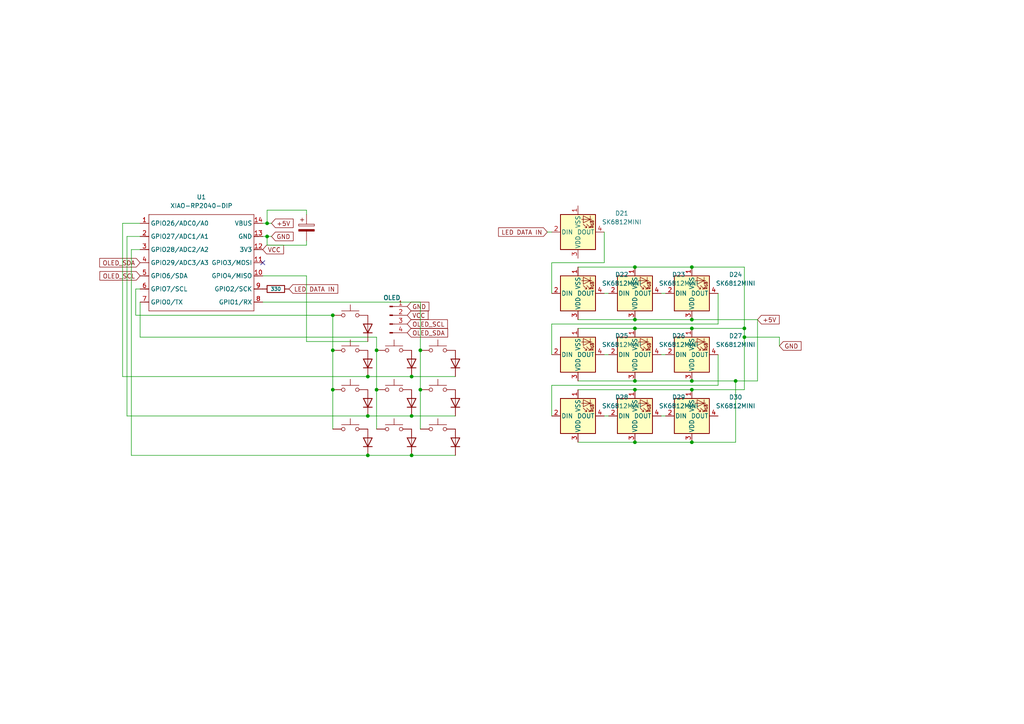
<source format=kicad_sch>
(kicad_sch (version 20250114) (generator "eeschema") (generator_version "9.0")
  (paper "A4")
  (lib_symbols
    (symbol "Connector:Conn_01x04_Pin" (pin_names (offset 1.016) (hide yes))
      (property "Reference" "J" (at 0 5.08 0))
      (property "Value" "Conn_01x04_Pin" (at 0 -7.62 0))
      (symbol "Conn_01x04_Pin_1_1"
        (rectangle (start 0.8636 2.667) (end 0 2.413) (stroke (width 0.1524)) (fill (type outline)))
        (rectangle (start 0.8636 0.127) (end 0 -0.127) (stroke (width 0.1524)) (fill (type outline)))
        (rectangle (start 0.8636 -2.413) (end 0 -2.667) (stroke (width 0.1524)) (fill (type outline)))
        (rectangle (start 0.8636 -4.953) (end 0 -5.207) (stroke (width 0.1524)) (fill (type outline)))
        (polyline (pts (xy 1.27 2.54) (xy 0.8636 2.54)) (stroke (width 0.1524)))
        (polyline (pts (xy 1.27 0) (xy 0.8636 0)) (stroke (width 0.1524)))
        (polyline (pts (xy 1.27 -2.54) (xy 0.8636 -2.54)) (stroke (width 0.1524)))
        (polyline (pts (xy 1.27 -5.08) (xy 0.8636 -5.08)) (stroke (width 0.1524)))
        (pin passive line (at 5.08 2.54 180) (length 3.81) (name "Pin_1") (number "1"))
        (pin passive line (at 5.08 0 180) (length 3.81) (name "Pin_2") (number "2"))
        (pin passive line (at 5.08 -2.54 180) (length 3.81) (name "Pin_3") (number "3"))
        (pin passive line (at 5.08 -5.08 180) (length 3.81) (name "Pin_4") (number "4"))
      )
    )
    (symbol "Device:C_Polarized" (pin_numbers (hide yes)) (pin_names (offset 0.254))
      (property "Reference" "C" (at 0.635 2.54 0))
      (property "Value" "C_Polarized" (at 0.635 -2.54 0))
      (symbol "C_Polarized_0_1"
        (rectangle (start -2.286 0.508) (end 2.286 1.016))
        (polyline (pts (xy -1.778 2.286) (xy -0.762 2.286)))
        (polyline (pts (xy -1.27 2.794) (xy -1.27 1.778)))
        (rectangle (start 2.286 -0.508) (end -2.286 -1.016) (fill (type outline)))
      )
      (symbol "C_Polarized_1_1"
        (pin passive line (at 0 3.81 270) (length 2.794) (name "~") (number "1"))
        (pin passive line (at 0 -3.81 90) (length 2.794) (name "~") (number "2"))
      )
    )
    (symbol "Device:D" (pin_numbers (hide yes)) (pin_names (offset 1.016) (hide yes))
      (property "Reference" "D" (at 0 2.54 0))
      (property "Value" "D" (at 0 -2.54 0))
      (symbol "D_0_1"
        (polyline (pts (xy -1.27 1.27) (xy -1.27 -1.27)) (stroke (width 0.254)))
        (polyline (pts (xy 1.27 1.27) (xy 1.27 -1.27) (xy -1.27 0) (xy 1.27 1.27)) (stroke (width 0.254)))
        (polyline (pts (xy 1.27 0) (xy -1.27 0)))
      )
      (symbol "D_1_1"
        (pin passive line (at -3.81 0 0) (length 2.54) (name "K") (number "1"))
        (pin passive line (at 3.81 0 180) (length 2.54) (name "A") (number "2"))
      )
    )
    (symbol "Device:R" (pin_numbers (hide yes)) (pin_names (offset 0))
      (property "Reference" "R" (at 2.032 0 90))
      (property "Value" "R" (at 0 0 90))
      (symbol "R_0_1"
        (rectangle (start -1.016 -2.54) (end 1.016 2.54) (stroke (width 0.254)))
      )
      (symbol "R_1_1"
        (pin passive line (at 0 3.81 270) (length 1.27) (name "~") (number "1"))
        (pin passive line (at 0 -3.81 90) (length 1.27) (name "~") (number "2"))
      )
    )
    (symbol "SK6812:SK6812MINI" (pin_names (offset 0.254))
      (property "Reference" "D" (at 5.08 5.715 0))
      (property "Value" "SK6812MINI" (at 1.27 -5.715 0))
      (symbol "SK6812MINI_0_0"
        (text "RGB" (at 2.286 -4.191 0) (effects (font (size 0.762 0.762))))
      )
      (symbol "SK6812MINI_0_1"
        (polyline (pts (xy 1.27 -2.54) (xy 1.778 -2.54)))
        (polyline (pts (xy 1.27 -3.556) (xy 1.778 -3.556)))
        (polyline (pts (xy 2.286 -1.524) (xy 1.27 -2.54) (xy 1.27 -2.032)))
        (polyline (pts (xy 2.286 -2.54) (xy 1.27 -3.556) (xy 1.27 -3.048)))
        (polyline (pts (xy 3.683 -1.016) (xy 3.683 -3.556) (xy 3.683 -4.064)))
        (polyline (pts (xy 4.699 -1.524) (xy 2.667 -1.524) (xy 3.683 -3.556) (xy 4.699 -1.524)))
        (polyline (pts (xy 4.699 -3.556) (xy 2.667 -3.556)))
        (rectangle (start 5.08 5.08) (end -5.08 -5.08) (stroke (width 0.254)) (fill (type background)))
      )
      (symbol "SK6812MINI_1_1"
        (pin power_in line (at -7.62 0 0) (length 2.54) (name "VDD") (number "3"))
        (pin input line (at 0 7.62 270) (length 2.54) (name "DIN") (number "2"))
        (pin output line (at 0 -7.62 90) (length 2.54) (name "DOUT") (number "4"))
        (pin power_in line (at 7.62 0 180) (length 2.54) (name "VSS") (number "1"))
      )
    )
    (symbol "Switch:SW_Push" (pin_numbers (hide yes)) (pin_names (offset 1.016) (hide yes))
      (property "Reference" "SW" (at 1.27 2.54 0))
      (property "Value" "SW_Push" (at 0 -1.524 0))
      (symbol "SW_Push_0_1"
        (circle (center -2.032 0) (radius 0.508))
        (polyline (pts (xy 0 1.27) (xy 0 3.048)))
        (circle (center 2.032 0) (radius 0.508))
        (polyline (pts (xy 2.54 1.27) (xy -2.54 1.27)))
        (pin passive line (at -5.08 0 0) (length 2.54) (name "1") (number "1"))
        (pin passive line (at 5.08 0 180) (length 2.54) (name "2") (number "2"))
      )
    )
    (symbol "XIAO Series:XIAO-RP2040-DIP"
      (property "Reference" "U" (at 0 0 0))
      (property "Value" "XIAO-RP2040-DIP" (at 5.334 -1.778 0))
      (symbol "XIAO-RP2040-DIP_1_0"
        (polyline (pts (xy -1.27 -2.54) (xy 29.21 -2.54)) (stroke (width 0.1524)))
        (polyline (pts (xy -1.27 -5.08) (xy -2.54 -5.08)) (stroke (width 0.1524)))
        (polyline (pts (xy -1.27 -5.08) (xy -1.27 -2.54)) (stroke (width 0.1524)))
        (polyline (pts (xy -1.27 -8.89) (xy -2.54 -8.89)) (stroke (width 0.1524)))
        (polyline (pts (xy -1.27 -8.89) (xy -1.27 -5.08)) (stroke (width 0.1524)))
        (polyline (pts (xy -1.27 -12.7) (xy -2.54 -12.7)) (stroke (width 0.1524)))
        (polyline (pts (xy -1.27 -12.7) (xy -1.27 -8.89)) (stroke (width 0.1524)))
        (polyline (pts (xy -1.27 -16.51) (xy -2.54 -16.51)) (stroke (width 0.1524)))
        (polyline (pts (xy -1.27 -16.51) (xy -1.27 -12.7)) (stroke (width 0.1524)))
        (polyline (pts (xy -1.27 -20.32) (xy -2.54 -20.32)) (stroke (width 0.1524)))
        (polyline (pts (xy -1.27 -24.13) (xy -2.54 -24.13)) (stroke (width 0.1524)))
        (polyline (pts (xy -1.27 -27.94) (xy -2.54 -27.94)) (stroke (width 0.1524)))
        (polyline (pts (xy -1.27 -30.48) (xy -1.27 -16.51)) (stroke (width 0.1524)))
        (polyline (pts (xy 29.21 -2.54) (xy 29.21 -5.08)) (stroke (width 0.1524)))
        (polyline (pts (xy 29.21 -5.08) (xy 29.21 -8.89)) (stroke (width 0.1524)))
        (polyline (pts (xy 29.21 -8.89) (xy 29.21 -12.7)) (stroke (width 0.1524)))
        (polyline (pts (xy 29.21 -12.7) (xy 29.21 -30.48)) (stroke (width 0.1524)))
        (polyline (pts (xy 29.21 -30.48) (xy -1.27 -30.48)) (stroke (width 0.1524)))
        (polyline (pts (xy 30.48 -5.08) (xy 29.21 -5.08)) (stroke (width 0.1524)))
        (polyline (pts (xy 30.48 -8.89) (xy 29.21 -8.89)) (stroke (width 0.1524)))
        (polyline (pts (xy 30.48 -12.7) (xy 29.21 -12.7)) (stroke (width 0.1524)))
        (polyline (pts (xy 30.48 -16.51) (xy 29.21 -16.51)) (stroke (width 0.1524)))
        (polyline (pts (xy 30.48 -20.32) (xy 29.21 -20.32)) (stroke (width 0.1524)))
        (polyline (pts (xy 30.48 -24.13) (xy 29.21 -24.13)) (stroke (width 0.1524)))
        (polyline (pts (xy 30.48 -27.94) (xy 29.21 -27.94)) (stroke (width 0.1524)))
        (pin passive line (at -3.81 -5.08 0) (length 2.54) (name "GPIO26/ADC0/A0") (number "1"))
        (pin passive line (at -3.81 -8.89 0) (length 2.54) (name "GPIO27/ADC1/A1") (number "2"))
        (pin passive line (at -3.81 -12.7 0) (length 2.54) (name "GPIO28/ADC2/A2") (number "3"))
        (pin passive line (at -3.81 -16.51 0) (length 2.54) (name "GPIO29/ADC3/A3") (number "4"))
        (pin passive line (at -3.81 -20.32 0) (length 2.54) (name "GPIO6/SDA") (number "5"))
        (pin passive line (at -3.81 -24.13 0) (length 2.54) (name "GPIO7/SCL") (number "6"))
        (pin passive line (at -3.81 -27.94 0) (length 2.54) (name "GPIO0/TX") (number "7"))
        (pin passive line (at 31.75 -5.08 180) (length 2.54) (name "VBUS") (number "14"))
        (pin passive line (at 31.75 -8.89 180) (length 2.54) (name "GND") (number "13"))
        (pin passive line (at 31.75 -12.7 180) (length 2.54) (name "3V3") (number "12"))
        (pin passive line (at 31.75 -16.51 180) (length 2.54) (name "GPIO3/MOSI") (number "11"))
        (pin passive line (at 31.75 -20.32 180) (length 2.54) (name "GPIO4/MISO") (number "10"))
        (pin passive line (at 31.75 -24.13 180) (length 2.54) (name "GPIO2/SCK") (number "9"))
        (pin passive line (at 31.75 -27.94 180) (length 2.54) (name "GPIO1/RX") (number "8"))
      )
    )
  )
  (junction (at 184.15 113.03))
  (junction (at 106.68 132.08))
  (junction (at 200.66 110.49))
  (junction (at 121.92 101.6))
  (junction (at 106.68 109.22))
  (junction (at 184.15 128.27))
  (junction (at 184.15 110.49))
  (junction (at 200.66 113.03))
  (junction (at 106.68 120.65))
  (junction (at 215.9 95.25))
  (junction (at 213.36 110.49))
  (junction (at 119.38 120.65))
  (junction (at 96.52 113.03))
  (junction (at 200.66 128.27))
  (junction (at 96.52 91.44))
  (junction (at 184.15 95.25))
  (junction (at 184.15 92.71))
  (junction (at 109.22 101.6))
  (junction (at 119.38 132.08))
  (junction (at 200.66 92.71))
  (junction (at 200.66 95.25))
  (junction (at 119.38 109.22))
  (junction (at 96.52 101.6))
  (junction (at 77.47 68.58))
  (junction (at 184.15 77.47))
  (junction (at 109.22 113.03))
  (junction (at 200.66 77.47))
  (junction (at 215.9 97.79))
  (junction (at 121.92 113.03))
  (junction (at 77.47 64.77))
  (no_connect (at 76.2 76.2))
  (wire (pts (xy 213.36 110.49) (xy 200.66 110.49)))
  (wire (pts (xy 167.64 113.03) (xy 184.15 113.03)))
  (wire (pts (xy 35.56 109.22) (xy 35.56 64.77)))
  (wire (pts (xy 184.15 77.47) (xy 167.64 77.47)))
  (wire (pts (xy 184.15 95.25) (xy 167.64 95.25)))
  (wire (pts (xy 219.71 92.71) (xy 219.71 110.49)))
  (wire (pts (xy 38.1 72.39) (xy 40.64 72.39)))
  (wire (pts (xy 160.02 93.98) (xy 160.02 102.87)))
  (wire (pts (xy 208.28 93.98) (xy 160.02 93.98)))
  (wire (pts (xy 88.9 80.01) (xy 76.2 80.01)))
  (wire (pts (xy 200.66 92.71) (xy 219.71 92.71)))
  (wire (pts (xy 121.92 101.6) (xy 121.92 113.03)))
  (wire (pts (xy 184.15 128.27) (xy 200.66 128.27)))
  (wire (pts (xy 77.47 68.58) (xy 76.2 68.58)))
  (wire (pts (xy 208.28 85.09) (xy 208.28 93.98)))
  (wire (pts (xy 77.47 60.96) (xy 77.47 64.77)))
  (wire (pts (xy 40.64 97.79) (xy 40.64 87.63)))
  (wire (pts (xy 109.22 101.6) (xy 109.22 113.03)))
  (wire (pts (xy 119.38 132.08) (xy 132.08 132.08)))
  (wire (pts (xy 39.37 83.82) (xy 40.64 83.82)))
  (wire (pts (xy 106.68 109.22) (xy 35.56 109.22)))
  (wire (pts (xy 38.1 132.08) (xy 106.68 132.08)))
  (wire (pts (xy 184.15 113.03) (xy 200.66 113.03)))
  (wire (pts (xy 215.9 113.03) (xy 215.9 97.79)))
  (wire (pts (xy 191.77 85.09) (xy 193.04 85.09)))
  (wire (pts (xy 88.9 60.96) (xy 77.47 60.96)))
  (wire (pts (xy 167.64 128.27) (xy 184.15 128.27)))
  (wire (pts (xy 215.9 95.25) (xy 200.66 95.25)))
  (wire (pts (xy 200.66 77.47) (xy 184.15 77.47)))
  (wire (pts (xy 106.68 132.08) (xy 119.38 132.08)))
  (wire (pts (xy 215.9 77.47) (xy 200.66 77.47)))
  (wire (pts (xy 132.08 120.65) (xy 119.38 120.65)))
  (wire (pts (xy 36.83 68.58) (xy 40.64 68.58)))
  (wire (pts (xy 36.83 68.58) (xy 36.83 120.65)))
  (wire (pts (xy 96.52 101.6) (xy 96.52 113.03)))
  (wire (pts (xy 175.26 85.09) (xy 176.53 85.09)))
  (wire (pts (xy 184.15 92.71) (xy 200.66 92.71)))
  (wire (pts (xy 215.9 95.25) (xy 215.9 77.47)))
  (wire (pts (xy 96.52 91.44) (xy 96.52 101.6)))
  (wire (pts (xy 106.68 120.65) (xy 36.83 120.65)))
  (wire (pts (xy 191.77 102.87) (xy 193.04 102.87)))
  (wire (pts (xy 35.56 64.77) (xy 40.64 64.77)))
  (wire (pts (xy 77.47 71.12) (xy 88.9 71.12)))
  (wire (pts (xy 77.47 64.77) (xy 76.2 64.77)))
  (wire (pts (xy 215.9 97.79) (xy 215.9 95.25)))
  (wire (pts (xy 76.2 87.63) (xy 121.92 87.63)))
  (wire (pts (xy 175.26 67.31) (xy 175.26 76.2)))
  (wire (pts (xy 119.38 120.65) (xy 106.68 120.65)))
  (wire (pts (xy 158.75 67.31) (xy 160.02 67.31)))
  (wire (pts (xy 208.28 102.87) (xy 208.28 111.76)))
  (wire (pts (xy 191.77 120.65) (xy 193.04 120.65)))
  (wire (pts (xy 175.26 102.87) (xy 176.53 102.87)))
  (wire (pts (xy 109.22 101.6) (xy 109.22 97.79)))
  (wire (pts (xy 77.47 68.58) (xy 77.47 71.12)))
  (wire (pts (xy 38.1 72.39) (xy 38.1 132.08)))
  (wire (pts (xy 88.9 62.23) (xy 88.9 60.96)))
  (wire (pts (xy 200.66 110.49) (xy 184.15 110.49)))
  (wire (pts (xy 121.92 101.6) (xy 121.92 87.63)))
  (wire (pts (xy 200.66 95.25) (xy 184.15 95.25)))
  (wire (pts (xy 175.26 76.2) (xy 160.02 76.2)))
  (wire (pts (xy 184.15 110.49) (xy 167.64 110.49)))
  (wire (pts (xy 106.68 109.22) (xy 119.38 109.22)))
  (wire (pts (xy 109.22 113.03) (xy 109.22 124.46)))
  (wire (pts (xy 160.02 76.2) (xy 160.02 85.09)))
  (wire (pts (xy 78.74 64.77) (xy 77.47 64.77)))
  (wire (pts (xy 226.06 100.33) (xy 226.06 97.79)))
  (wire (pts (xy 119.38 109.22) (xy 132.08 109.22)))
  (wire (pts (xy 78.74 68.58) (xy 77.47 68.58)))
  (wire (pts (xy 200.66 128.27) (xy 213.36 128.27)))
  (wire (pts (xy 200.66 113.03) (xy 215.9 113.03)))
  (wire (pts (xy 109.22 97.79) (xy 40.64 97.79)))
  (wire (pts (xy 175.26 120.65) (xy 176.53 120.65)))
  (wire (pts (xy 208.28 111.76) (xy 160.02 111.76)))
  (wire (pts (xy 88.9 99.06) (xy 88.9 80.01)))
  (wire (pts (xy 121.92 113.03) (xy 121.92 124.46)))
  (wire (pts (xy 167.64 92.71) (xy 184.15 92.71)))
  (wire (pts (xy 160.02 111.76) (xy 160.02 120.65)))
  (wire (pts (xy 39.37 91.44) (xy 39.37 83.82)))
  (wire (pts (xy 88.9 71.12) (xy 88.9 69.85)))
  (wire (pts (xy 96.52 113.03) (xy 96.52 124.46)))
  (wire (pts (xy 213.36 128.27) (xy 213.36 110.49)))
  (wire (pts (xy 96.52 91.44) (xy 39.37 91.44)))
  (wire (pts (xy 106.68 99.06) (xy 88.9 99.06)))
  (wire (pts (xy 215.9 97.79) (xy 226.06 97.79)))
  (wire (pts (xy 219.71 110.49) (xy 213.36 110.49)))
  (global_label "OLED_SCL" (shape input) (at 118.11 93.98 0) (property "Intersheetrefs" "${INTERSHEET_REFS}" (effects (hide yes))))
  (global_label "OLED_SDA" (shape input) (at 40.64 76.2 180) (property "Intersheetrefs" "${INTERSHEET_REFS}" (effects (hide yes))))
  (global_label "GND" (shape input) (at 78.74 68.58 0) (property "Intersheetrefs" "${INTERSHEET_REFS}" (effects (hide yes))))
  (global_label "OLED_SDA" (shape input) (at 118.11 96.52 0) (property "Intersheetrefs" "${INTERSHEET_REFS}" (effects (hide yes))))
  (global_label "OLED_SCL" (shape input) (at 40.64 80.01 180) (property "Intersheetrefs" "${INTERSHEET_REFS}" (effects (hide yes))))
  (global_label "+5V" (shape input) (at 78.74 64.77 0) (property "Intersheetrefs" "${INTERSHEET_REFS}" (effects (hide yes))))
  (global_label "GND" (shape input) (at 226.06 100.33 0) (property "Intersheetrefs" "${INTERSHEET_REFS}" (effects (hide yes))))
  (global_label "+5V" (shape input) (at 219.71 92.71 0) (property "Intersheetrefs" "${INTERSHEET_REFS}" (effects (hide yes))))
  (global_label "VCC" (shape input) (at 118.11 91.44 0) (property "Intersheetrefs" "${INTERSHEET_REFS}" (effects (hide yes))))
  (global_label "VCC" (shape input) (at 76.2 72.39 0) (property "Intersheetrefs" "${INTERSHEET_REFS}" (effects (hide yes))))
  (global_label "LED DATA IN" (shape input) (at 158.75 67.31 180) (property "Intersheetrefs" "${INTERSHEET_REFS}" (effects (hide yes))))
  (global_label "GND" (shape input) (at 118.11 88.9 0) (property "Intersheetrefs" "${INTERSHEET_REFS}" (effects (hide yes))))
  (global_label "LED DATA IN" (shape input) (at 83.82 83.82 0) (property "Intersheetrefs" "${INTERSHEET_REFS}" (effects (hide yes))))
  (symbol (lib_id "SK6812:SK6812MINI") (at 167.64 85.09 90) (unit 1)
    (property "Reference" "D22" (at 180.34 79.6446 90))
    (property "Value" "SK6812MINI" (at 180.34 82.1846 90))
    (property "Footprint" "Hack Club flag:MX_SK6812MINI-E" (effects (hide yes)))
    (property "Datasheet" "https://cdn-shop.adafruit.com/product-files/2686/SK6812MINI_REV.01-1-2.pdf" (effects (hide yes)))
    (property "Description" "RGB LED with integrated controller" (effects (hide yes)))
  )
  (symbol (lib_id "Device:D") (at 106.68 95.25 90) (unit 1)
    (property "Reference" "D10" (effects (hide yes)))
    (property "Value" "D" (effects (hide yes)))
    (property "Footprint" "Diode_THT:D_DO-35_SOD27_P7.62mm_Horizontal" (effects (hide yes)))
    (property "Description" "Diode" (effects (hide yes)))
    (property "Sim.Device" "D" (effects (hide yes)))
    (property "Sim.Pins" "1=K 2=A" (effects (hide yes)))
  )
  (symbol (lib_id "SK6812:SK6812MINI") (at 167.64 120.65 90) (unit 1)
    (property "Reference" "D28" (at 180.34 115.2046 90))
    (property "Value" "SK6812MINI" (at 180.34 117.7446 90))
    (property "Footprint" "Hack Club flag:MX_SK6812MINI-E" (effects (hide yes)))
    (property "Datasheet" "https://cdn-shop.adafruit.com/product-files/2686/SK6812MINI_REV.01-1-2.pdf" (effects (hide yes)))
    (property "Description" "RGB LED with integrated controller" (effects (hide yes)))
  )
  (symbol (lib_id "Switch:SW_Push") (at 114.3 113.03 0) (unit 1)
    (property "Reference" "SW5" (effects (hide yes)))
    (property "Value" "SW_Push" (effects (hide yes)))
    (property "Footprint" "Button_Switch_Keyboard:SW_Cherry_MX_1.00u_PCB" (effects (hide yes)))
    (property "Description" "Push button switch, generic, two pins" (effects (hide yes)))
  )
  (symbol (lib_id "Switch:SW_Push") (at 127 113.03 0) (unit 1)
    (property "Reference" "SW6" (effects (hide yes)))
    (property "Value" "SW_Push" (effects (hide yes)))
    (property "Footprint" "Button_Switch_Keyboard:SW_Cherry_MX_1.00u_PCB" (effects (hide yes)))
    (property "Description" "Push button switch, generic, two pins" (effects (hide yes)))
  )
  (symbol (lib_id "SK6812:SK6812MINI") (at 200.66 102.87 90) (unit 1)
    (property "Reference" "D27" (at 213.36 97.4246 90))
    (property "Value" "SK6812MINI" (at 213.36 99.9646 90))
    (property "Footprint" "Hack Club flag:MX_SK6812MINI-E" (effects (hide yes)))
    (property "Datasheet" "https://cdn-shop.adafruit.com/product-files/2686/SK6812MINI_REV.01-1-2.pdf" (effects (hide yes)))
    (property "Description" "RGB LED with integrated controller" (effects (hide yes)))
  )
  (symbol (lib_id "Switch:SW_Push") (at 101.6 124.46 0) (unit 1)
    (property "Reference" "SW7" (effects (hide yes)))
    (property "Value" "SW_Push" (effects (hide yes)))
    (property "Footprint" "Button_Switch_Keyboard:SW_Cherry_MX_1.00u_PCB" (effects (hide yes)))
    (property "Description" "Push button switch, generic, two pins" (effects (hide yes)))
  )
  (symbol (lib_id "SK6812:SK6812MINI") (at 184.15 85.09 90) (unit 1)
    (property "Reference" "D23" (at 196.85 79.6446 90))
    (property "Value" "SK6812MINI" (at 196.85 82.1846 90))
    (property "Footprint" "Hack Club flag:MX_SK6812MINI-E" (effects (hide yes)))
    (property "Datasheet" "https://cdn-shop.adafruit.com/product-files/2686/SK6812MINI_REV.01-1-2.pdf" (effects (hide yes)))
    (property "Description" "RGB LED with integrated controller" (effects (hide yes)))
  )
  (symbol (lib_id "XIAO Series:XIAO-RP2040-DIP") (at 44.45 59.69 0) (unit 1)
    (property "Reference" "U1" (at 58.42 57.15 0))
    (property "Value" "XIAO-RP2040-DIP" (at 58.42 59.69 0))
    (property "Footprint" "XIAO SERIES:XIAO-RP2040-DIP" (effects (hide yes)))
  )
  (symbol (lib_id "Switch:SW_Push") (at 101.6 113.03 0) (unit 1)
    (property "Reference" "SW4" (effects (hide yes)))
    (property "Value" "SW_Push" (effects (hide yes)))
    (property "Footprint" "Button_Switch_Keyboard:SW_Cherry_MX_1.00u_PCB" (effects (hide yes)))
    (property "Description" "Push button switch, generic, two pins" (effects (hide yes)))
  )
  (symbol (lib_id "Device:D") (at 106.68 128.27 90) (unit 1)
    (property "Reference" "D9" (effects (hide yes)))
    (property "Value" "D" (effects (hide yes)))
    (property "Footprint" "Diode_THT:D_DO-35_SOD27_P7.62mm_Horizontal" (effects (hide yes)))
    (property "Description" "Diode" (effects (hide yes)))
    (property "Sim.Device" "D" (effects (hide yes)))
    (property "Sim.Pins" "1=K 2=A" (effects (hide yes)))
  )
  (symbol (lib_id "Switch:SW_Push") (at 127 124.46 0) (unit 1)
    (property "Reference" "SW9" (effects (hide yes)))
    (property "Value" "SW_Push" (effects (hide yes)))
    (property "Footprint" "Button_Switch_Keyboard:SW_Cherry_MX_1.00u_PCB" (effects (hide yes)))
    (property "Description" "Push button switch, generic, two pins" (effects (hide yes)))
  )
  (symbol (lib_id "Switch:SW_Push") (at 101.6 101.6 0) (unit 1)
    (property "Reference" "SW1" (effects (hide yes)))
    (property "Value" "SW_Push" (effects (hide yes)))
    (property "Footprint" "Button_Switch_Keyboard:SW_Cherry_MX_1.00u_PCB" (effects (hide yes)))
    (property "Description" "Push button switch, generic, two pins" (effects (hide yes)))
  )
  (symbol (lib_id "Device:D") (at 119.38 105.41 90) (unit 1)
    (property "Reference" "D2" (effects (hide yes)))
    (property "Value" "D" (effects (hide yes)))
    (property "Footprint" "Diode_THT:D_DO-35_SOD27_P7.62mm_Horizontal" (effects (hide yes)))
    (property "Description" "Diode" (effects (hide yes)))
    (property "Sim.Device" "D" (effects (hide yes)))
    (property "Sim.Pins" "1=K 2=A" (effects (hide yes)))
  )
  (symbol (lib_id "Device:D") (at 106.68 116.84 90) (unit 1)
    (property "Reference" "D6" (effects (hide yes)))
    (property "Value" "D" (effects (hide yes)))
    (property "Footprint" "Diode_THT:D_DO-35_SOD27_P7.62mm_Horizontal" (effects (hide yes)))
    (property "Description" "Diode" (effects (hide yes)))
    (property "Sim.Device" "D" (effects (hide yes)))
    (property "Sim.Pins" "1=K 2=A" (effects (hide yes)))
  )
  (symbol (lib_id "SK6812:SK6812MINI") (at 200.66 85.09 90) (unit 1)
    (property "Reference" "D24" (at 213.36 79.6446 90))
    (property "Value" "SK6812MINI" (at 213.36 82.1846 90))
    (property "Footprint" "Hack Club flag:MX_SK6812MINI-E" (effects (hide yes)))
    (property "Datasheet" "https://cdn-shop.adafruit.com/product-files/2686/SK6812MINI_REV.01-1-2.pdf" (effects (hide yes)))
    (property "Description" "RGB LED with integrated controller" (effects (hide yes)))
  )
  (symbol (lib_id "SK6812:SK6812MINI") (at 167.64 102.87 90) (unit 1)
    (property "Reference" "D25" (at 180.34 97.4246 90))
    (property "Value" "SK6812MINI" (at 180.34 99.9646 90))
    (property "Footprint" "Hack Club flag:MX_SK6812MINI-E" (effects (hide yes)))
    (property "Datasheet" "https://cdn-shop.adafruit.com/product-files/2686/SK6812MINI_REV.01-1-2.pdf" (effects (hide yes)))
    (property "Description" "RGB LED with integrated controller" (effects (hide yes)))
  )
  (symbol (lib_id "Device:D") (at 132.08 116.84 90) (unit 1)
    (property "Reference" "D4" (effects (hide yes)))
    (property "Value" "D" (effects (hide yes)))
    (property "Footprint" "Diode_THT:D_DO-35_SOD27_P7.62mm_Horizontal" (effects (hide yes)))
    (property "Description" "Diode" (effects (hide yes)))
    (property "Sim.Device" "D" (effects (hide yes)))
    (property "Sim.Pins" "1=K 2=A" (effects (hide yes)))
  )
  (symbol (lib_id "SK6812:SK6812MINI") (at 184.15 102.87 90) (unit 1)
    (property "Reference" "D26" (at 196.85 97.4246 90))
    (property "Value" "SK6812MINI" (at 196.85 99.9646 90))
    (property "Footprint" "Hack Club flag:MX_SK6812MINI-E" (effects (hide yes)))
    (property "Datasheet" "https://cdn-shop.adafruit.com/product-files/2686/SK6812MINI_REV.01-1-2.pdf" (effects (hide yes)))
    (property "Description" "RGB LED with integrated controller" (effects (hide yes)))
  )
  (symbol (lib_id "Device:D") (at 119.38 128.27 90) (unit 1)
    (property "Reference" "D8" (effects (hide yes)))
    (property "Value" "D" (effects (hide yes)))
    (property "Footprint" "Diode_THT:D_DO-35_SOD27_P7.62mm_Horizontal" (effects (hide yes)))
    (property "Description" "Diode" (effects (hide yes)))
    (property "Sim.Device" "D" (effects (hide yes)))
    (property "Sim.Pins" "1=K 2=A" (effects (hide yes)))
  )
  (symbol (lib_id "Switch:SW_Push") (at 101.6 91.44 0) (unit 1)
    (property "Reference" "SW10" (effects (hide yes)))
    (property "Value" "SW_Push" (effects (hide yes)))
    (property "Footprint" "Button_Switch_Keyboard:SW_Cherry_MX_1.00u_PCB" (effects (hide yes)))
    (property "Description" "Push button switch, generic, two pins" (effects (hide yes)))
  )
  (symbol (lib_id "Device:D") (at 132.08 128.27 90) (unit 1)
    (property "Reference" "D7" (effects (hide yes)))
    (property "Value" "D" (effects (hide yes)))
    (property "Footprint" "Diode_THT:D_DO-35_SOD27_P7.62mm_Horizontal" (effects (hide yes)))
    (property "Description" "Diode" (effects (hide yes)))
    (property "Sim.Device" "D" (effects (hide yes)))
    (property "Sim.Pins" "1=K 2=A" (effects (hide yes)))
  )
  (symbol (lib_id "SK6812:SK6812MINI") (at 184.15 120.65 90) (unit 1)
    (property "Reference" "D29" (at 196.85 115.2046 90))
    (property "Value" "SK6812MINI" (at 196.85 117.7446 90))
    (property "Footprint" "Hack Club flag:MX_SK6812MINI-E" (effects (hide yes)))
    (property "Datasheet" "https://cdn-shop.adafruit.com/product-files/2686/SK6812MINI_REV.01-1-2.pdf" (effects (hide yes)))
    (property "Description" "RGB LED with integrated controller" (effects (hide yes)))
  )
  (symbol (lib_id "Device:D") (at 132.08 105.41 90) (unit 1)
    (property "Reference" "D3" (effects (hide yes)))
    (property "Value" "D" (effects (hide yes)))
    (property "Footprint" "Diode_THT:D_DO-35_SOD27_P7.62mm_Horizontal" (effects (hide yes)))
    (property "Description" "Diode" (effects (hide yes)))
    (property "Sim.Device" "D" (effects (hide yes)))
    (property "Sim.Pins" "1=K 2=A" (effects (hide yes)))
  )
  (symbol (lib_id "SK6812:SK6812MINI") (at 200.66 120.65 90) (unit 1)
    (property "Reference" "D30" (at 213.36 115.2046 90))
    (property "Value" "SK6812MINI" (at 213.36 117.7446 90))
    (property "Footprint" "Hack Club flag:MX_SK6812MINI-E" (effects (hide yes)))
    (property "Datasheet" "https://cdn-shop.adafruit.com/product-files/2686/SK6812MINI_REV.01-1-2.pdf" (effects (hide yes)))
    (property "Description" "RGB LED with integrated controller" (effects (hide yes)))
  )
  (symbol (lib_id "Device:R") (at 80.01 83.82 90) (unit 1)
    (property "Reference" "R1" (effects (hide yes)))
    (property "Value" "330" (at 80.01 83.82 90) (effects (font (size 1.016 1.016))))
    (property "Footprint" "Resistor_THT:R_Axial_DIN0204_L3.6mm_D1.6mm_P7.62mm_Horizontal" (effects (hide yes)))
    (property "Description" "Resistor" (effects (hide yes)))
  )
  (symbol (lib_id "Switch:SW_Push") (at 114.3 124.46 0) (unit 1)
    (property "Reference" "SW8" (effects (hide yes)))
    (property "Value" "SW_Push" (effects (hide yes)))
    (property "Footprint" "Button_Switch_Keyboard:SW_Cherry_MX_1.00u_PCB" (effects (hide yes)))
    (property "Description" "Push button switch, generic, two pins" (effects (hide yes)))
  )
  (symbol (lib_id "Device:C_Polarized") (at 88.9 66.04 0) (unit 1)
    (property "Reference" "C1" (effects (hide yes)))
    (property "Value" "C_Polarized" (effects (hide yes)))
    (property "Footprint" "Capacitor_THT:CP_Radial_D5.0mm_P2.50mm" (effects (hide yes)))
    (property "Description" "Polarized capacitor" (effects (hide yes)))
  )
  (symbol (lib_id "Switch:SW_Push") (at 114.3 101.6 0) (unit 1)
    (property "Reference" "SW2" (effects (hide yes)))
    (property "Value" "SW_Push" (effects (hide yes)))
    (property "Footprint" "Button_Switch_Keyboard:SW_Cherry_MX_1.00u_PCB" (effects (hide yes)))
    (property "Description" "Push button switch, generic, two pins" (effects (hide yes)))
  )
  (symbol (lib_id "SK6812:SK6812MINI") (at 167.64 67.31 90) (unit 1)
    (property "Reference" "D21" (at 180.34 61.8646 90))
    (property "Value" "SK6812MINI" (at 180.34 64.4046 90))
    (property "Footprint" "Hack Club flag:MX_SK6812MINI-E" (effects (hide yes)))
    (property "Datasheet" "https://cdn-shop.adafruit.com/product-files/2686/SK6812MINI_REV.01-1-2.pdf" (effects (hide yes)))
    (property "Description" "RGB LED with integrated controller" (effects (hide yes)))
  )
  (symbol (lib_id "Device:D") (at 106.68 105.41 90) (unit 1)
    (property "Reference" "D1" (effects (hide yes)))
    (property "Value" "D" (effects (hide yes)))
    (property "Footprint" "Diode_THT:D_DO-35_SOD27_P7.62mm_Horizontal" (effects (hide yes)))
    (property "Description" "Diode" (effects (hide yes)))
    (property "Sim.Device" "D" (effects (hide yes)))
    (property "Sim.Pins" "1=K 2=A" (effects (hide yes)))
  )
  (symbol (lib_id "Device:D") (at 119.38 116.84 90) (unit 1)
    (property "Reference" "D5" (effects (hide yes)))
    (property "Value" "D" (effects (hide yes)))
    (property "Footprint" "Diode_THT:D_DO-35_SOD27_P7.62mm_Horizontal" (effects (hide yes)))
    (property "Description" "Diode" (effects (hide yes)))
    (property "Sim.Device" "D" (effects (hide yes)))
    (property "Sim.Pins" "1=K 2=A" (effects (hide yes)))
  )
  (symbol (lib_id "Connector:Conn_01x04_Pin") (at 113.03 91.44 0) (unit 1)
    (property "Reference" "J1" (effects (hide yes)))
    (property "Value" "OLED" (at 113.665 86.36 0) (effects (font (thickness 0.254) (bold yes))))
    (property "Footprint" "0.91 OLED SSD1306:128x64OLED" (effects (hide yes)))
    (property "Description" "Generic connector, single row, 01x04, script generated" (effects (hide yes)))
  )
  (symbol (lib_id "Switch:SW_Push") (at 127 101.6 0) (unit 1)
    (property "Reference" "SW3" (effects (hide yes)))
    (property "Value" "SW_Push" (effects (hide yes)))
    (property "Footprint" "Button_Switch_Keyboard:SW_Cherry_MX_1.00u_PCB" (effects (hide yes)))
    (property "Description" "Push button switch, generic, two pins" (effects (hide yes)))
  )
)
</source>
